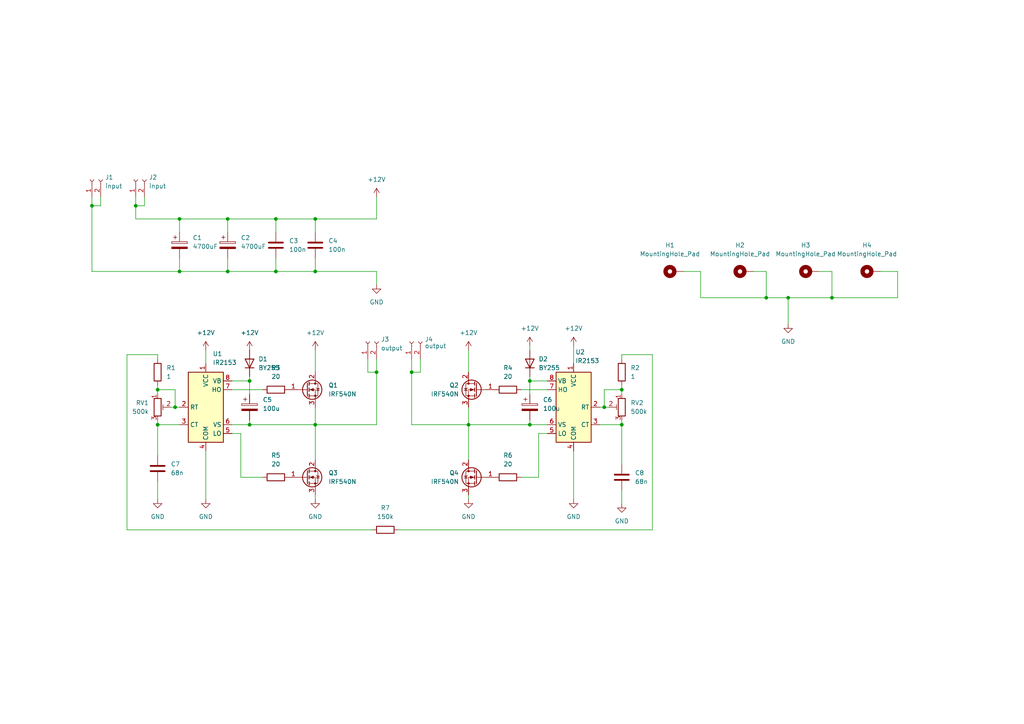
<source format=kicad_sch>
(kicad_sch (version 20211123) (generator eeschema)
  (paper "A4")
  (lib_symbols
    (symbol "Connector:Conn_01x02_Female" (pin_names (offset 1.016) hide)
      (property "Reference" "J" (at 0 2.54 0))
      (property "Value" "Conn_01x02_Female" (at 0 -5.08 0))
      (symbol "Conn_01x02_Female_1_1"
        (arc (start 0 -2.032) (mid -0.508 -2.54) (end 0 -3.048) (stroke (width 0.1524)))
        (polyline (pts (xy -1.27 -2.54) (xy -0.508 -2.54)) (stroke (width 0.1524)))
        (polyline (pts (xy -1.27 0) (xy -0.508 0)) (stroke (width 0.1524)))
        (arc (start 0 0.508) (mid -0.508 0) (end 0 -0.508) (stroke (width 0.1524)))
        (pin passive line (at -5.08 0 0) (length 3.81) (name "Pin_1") (number "1"))
        (pin passive line (at -5.08 -2.54 0) (length 3.81) (name "Pin_2") (number "2"))
      )
    )
    (symbol "Device:C" (pin_numbers hide) (pin_names (offset 0.254))
      (property "Reference" "C" (at 0.635 2.54 0))
      (property "Value" "C" (at 0.635 -2.54 0))
      (symbol "C_0_1"
        (polyline (pts (xy -2.032 -0.762) (xy 2.032 -0.762)) (stroke (width 0.508)))
        (polyline (pts (xy -2.032 0.762) (xy 2.032 0.762)) (stroke (width 0.508)))
      )
      (symbol "C_1_1"
        (pin passive line (at 0 3.81 270) (length 2.794) (name "~") (number "1"))
        (pin passive line (at 0 -3.81 90) (length 2.794) (name "~") (number "2"))
      )
    )
    (symbol "Device:C_Polarized" (pin_numbers hide) (pin_names (offset 0.254))
      (property "Reference" "C" (at 0.635 2.54 0))
      (property "Value" "C_Polarized" (at 0.635 -2.54 0))
      (symbol "C_Polarized_0_1"
        (rectangle (start -2.286 0.508) (end 2.286 1.016))
        (polyline (pts (xy -1.778 2.286) (xy -0.762 2.286)))
        (polyline (pts (xy -1.27 2.794) (xy -1.27 1.778)))
        (rectangle (start 2.286 -0.508) (end -2.286 -1.016) (fill (type outline)))
      )
      (symbol "C_Polarized_1_1"
        (pin passive line (at 0 3.81 270) (length 2.794) (name "~") (number "1"))
        (pin passive line (at 0 -3.81 90) (length 2.794) (name "~") (number "2"))
      )
    )
    (symbol "Device:D" (pin_numbers hide) (pin_names (offset 1.016) hide)
      (property "Reference" "D" (at 0 2.54 0))
      (property "Value" "D" (at 0 -2.54 0))
      (symbol "D_0_1"
        (polyline (pts (xy -1.27 1.27) (xy -1.27 -1.27)) (stroke (width 0.254)))
        (polyline (pts (xy 1.27 0) (xy -1.27 0)))
        (polyline (pts (xy 1.27 1.27) (xy 1.27 -1.27) (xy -1.27 0) (xy 1.27 1.27)) (stroke (width 0.254)))
      )
      (symbol "D_1_1"
        (pin passive line (at -3.81 0 0) (length 2.54) (name "K") (number "1"))
        (pin passive line (at 3.81 0 180) (length 2.54) (name "A") (number "2"))
      )
    )
    (symbol "Device:R" (pin_numbers hide) (pin_names (offset 0))
      (property "Reference" "R" (at 2.032 0 90))
      (property "Value" "R" (at 0 0 90))
      (symbol "R_0_1"
        (rectangle (start -1.016 -2.54) (end 1.016 2.54) (stroke (width 0.254)))
      )
      (symbol "R_1_1"
        (pin passive line (at 0 3.81 270) (length 1.27) (name "~") (number "1"))
        (pin passive line (at 0 -3.81 90) (length 1.27) (name "~") (number "2"))
      )
    )
    (symbol "Device:R_Potentiometer_Trim" (pin_names (offset 1.016) hide)
      (property "Reference" "RV" (at -4.445 0 90))
      (property "Value" "R_Potentiometer_Trim" (at -2.54 0 90))
      (symbol "R_Potentiometer_Trim_0_1"
        (polyline (pts (xy 1.524 0.762) (xy 1.524 -0.762)))
        (polyline (pts (xy 2.54 0) (xy 1.524 0)))
        (rectangle (start 1.016 2.54) (end -1.016 -2.54) (stroke (width 0.254)))
      )
      (symbol "R_Potentiometer_Trim_1_1"
        (pin passive line (at 0 3.81 270) (length 1.27) (name "1") (number "1"))
        (pin passive line (at 3.81 0 180) (length 1.27) (name "2") (number "2"))
        (pin passive line (at 0 -3.81 90) (length 1.27) (name "3") (number "3"))
      )
    )
    (symbol "Driver_FET:IR2153"
      (property "Reference" "U" (at 1.27 13.335 0))
      (property "Value" "IR2153" (at 1.27 11.43 0))
      (symbol "IR2153_0_1"
        (rectangle (start -5.08 -10.16) (end 5.08 10.16) (stroke (width 0.254)) (fill (type background)))
      )
      (symbol "IR2153_1_1"
        (pin power_in line (at 0 12.7 270) (length 2.54) (name "VCC") (number "1"))
        (pin passive line (at -7.62 0 0) (length 2.54) (name "RT") (number "2"))
        (pin passive line (at -7.62 -5.08 0) (length 2.54) (name "CT") (number "3"))
        (pin power_in line (at 0 -12.7 90) (length 2.54) (name "COM") (number "4"))
        (pin output line (at 7.62 -7.62 180) (length 2.54) (name "LO") (number "5"))
        (pin passive line (at 7.62 -5.08 180) (length 2.54) (name "VS") (number "6"))
        (pin output line (at 7.62 5.08 180) (length 2.54) (name "HO") (number "7"))
        (pin passive line (at 7.62 7.62 180) (length 2.54) (name "VB") (number "8"))
      )
    )
    (symbol "Mechanical:MountingHole_Pad" (pin_numbers hide) (pin_names (offset 1.016) hide)
      (property "Reference" "H" (at 0 6.35 0))
      (property "Value" "MountingHole_Pad" (at 0 4.445 0))
      (symbol "MountingHole_Pad_0_1"
        (circle (center 0 1.27) (radius 1.27) (stroke (width 1.27)))
      )
      (symbol "MountingHole_Pad_1_1"
        (pin input line (at 0 -2.54 90) (length 2.54) (name "1") (number "1"))
      )
    )
    (symbol "Transistor_FET:IRF540N" (pin_names hide)
      (property "Reference" "Q" (at 6.35 1.905 0))
      (property "Value" "IRF540N" (at 6.35 0 0))
      (symbol "IRF540N_0_1"
        (polyline (pts (xy 0.254 0) (xy -2.54 0)))
        (polyline (pts (xy 0.254 1.905) (xy 0.254 -1.905)) (stroke (width 0.254)))
        (polyline (pts (xy 0.762 -1.27) (xy 0.762 -2.286)) (stroke (width 0.254)))
        (polyline (pts (xy 0.762 0.508) (xy 0.762 -0.508)) (stroke (width 0.254)))
        (polyline (pts (xy 0.762 2.286) (xy 0.762 1.27)) (stroke (width 0.254)))
        (polyline (pts (xy 2.54 2.54) (xy 2.54 1.778)))
        (polyline (pts (xy 2.54 -2.54) (xy 2.54 0) (xy 0.762 0)))
        (polyline (pts (xy 0.762 -1.778) (xy 3.302 -1.778) (xy 3.302 1.778) (xy 0.762 1.778)))
        (polyline (pts (xy 1.016 0) (xy 2.032 0.381) (xy 2.032 -0.381) (xy 1.016 0)) (fill (type outline)))
        (polyline (pts (xy 2.794 0.508) (xy 2.921 0.381) (xy 3.683 0.381) (xy 3.81 0.254)))
        (polyline (pts (xy 3.302 0.381) (xy 2.921 -0.254) (xy 3.683 -0.254) (xy 3.302 0.381)))
        (circle (center 1.651 0) (radius 2.794) (stroke (width 0.254)))
        (circle (center 2.54 -1.778) (radius 0.254) (fill (type outline)))
        (circle (center 2.54 1.778) (radius 0.254) (fill (type outline)))
      )
      (symbol "IRF540N_1_1"
        (pin input line (at -5.08 0 0) (length 2.54) (name "G") (number "1"))
        (pin passive line (at 2.54 5.08 270) (length 2.54) (name "D") (number "2"))
        (pin passive line (at 2.54 -5.08 90) (length 2.54) (name "S") (number "3"))
      )
    )
    (symbol "power:+12V" (power) (pin_names (offset 0))
      (property "Value" "+12V" (at 0 3.556 0))
      (symbol "+12V_0_1"
        (polyline (pts (xy -0.762 1.27) (xy 0 2.54)))
        (polyline (pts (xy 0 0) (xy 0 2.54)))
        (polyline (pts (xy 0 2.54) (xy 0.762 1.27)))
      )
      (symbol "+12V_1_1"
        (pin power_in line (at 0 0 90) (length 0) hide (name "+12V") (number "1"))
      )
    )
    (symbol "power:GND" (power) (pin_names (offset 0))
      (property "Value" "GND" (at 0 -3.81 0))
      (symbol "GND_0_1"
        (polyline (pts (xy 0 0) (xy 0 -1.27) (xy 1.27 -1.27) (xy 0 -2.54) (xy -1.27 -1.27) (xy 0 -1.27)))
      )
      (symbol "GND_1_1"
        (pin power_in line (at 0 0 270) (length 0) hide (name "GND") (number "1"))
      )
    )
  )
  (junction (at 241.3 86.36))
  (junction (at 153.67 110.49))
  (junction (at 119.38 107.95))
  (junction (at 91.44 63.5))
  (junction (at 52.07 63.5))
  (junction (at 45.72 113.03))
  (junction (at 135.89 123.19))
  (junction (at 180.34 113.03))
  (junction (at 153.67 123.19))
  (junction (at 45.72 123.19))
  (junction (at 50.8 118.11))
  (junction (at 91.44 123.19))
  (junction (at 91.44 78.74))
  (junction (at 66.04 78.74))
  (junction (at 39.37 59.69))
  (junction (at 72.39 110.49))
  (junction (at 80.01 78.74))
  (junction (at 72.39 123.19))
  (junction (at 228.6 86.36))
  (junction (at 52.07 78.74))
  (junction (at 222.25 86.36))
  (junction (at 175.26 118.11))
  (junction (at 109.22 107.95))
  (junction (at 26.67 59.69))
  (junction (at 180.34 123.19))
  (junction (at 66.04 63.5))
  (junction (at 80.01 63.5))
  (wire (pts (xy 67.31 113.03) (xy 76.2 113.03)))
  (wire (pts (xy 151.13 138.43) (xy 156.21 138.43)))
  (wire (pts (xy 237.49 78.74) (xy 241.3 78.74)))
  (wire (pts (xy 153.67 123.19) (xy 158.75 123.19)))
  (wire (pts (xy 222.25 86.36) (xy 228.6 86.36)))
  (wire (pts (xy 241.3 86.36) (xy 260.35 86.36)))
  (wire (pts (xy 135.89 123.19) (xy 153.67 123.19)))
  (wire (pts (xy 153.67 121.92) (xy 153.67 123.19)))
  (wire (pts (xy 180.34 104.14) (xy 180.34 102.87)))
  (wire (pts (xy 203.2 86.36) (xy 222.25 86.36)))
  (wire (pts (xy 52.07 123.19) (xy 45.72 123.19)))
  (wire (pts (xy 153.67 110.49) (xy 158.75 110.49)))
  (wire (pts (xy 189.23 102.87) (xy 189.23 153.67)))
  (wire (pts (xy 260.35 86.36) (xy 260.35 78.74)))
  (wire (pts (xy 91.44 118.11) (xy 91.44 123.19)))
  (wire (pts (xy 26.67 59.69) (xy 26.67 78.74)))
  (wire (pts (xy 45.72 111.76) (xy 45.72 113.03)))
  (wire (pts (xy 59.69 101.6) (xy 59.69 105.41)))
  (wire (pts (xy 180.34 113.03) (xy 180.34 114.3)))
  (wire (pts (xy 175.26 113.03) (xy 175.26 118.11)))
  (wire (pts (xy 106.68 107.95) (xy 109.22 107.95)))
  (wire (pts (xy 218.44 78.74) (xy 222.25 78.74)))
  (wire (pts (xy 52.07 63.5) (xy 66.04 63.5)))
  (wire (pts (xy 228.6 86.36) (xy 228.6 93.98)))
  (wire (pts (xy 36.83 153.67) (xy 107.95 153.67)))
  (wire (pts (xy 135.89 143.51) (xy 135.89 144.78)))
  (wire (pts (xy 45.72 113.03) (xy 50.8 113.03)))
  (wire (pts (xy 135.89 101.6) (xy 135.89 107.95)))
  (wire (pts (xy 69.85 125.73) (xy 69.85 138.43)))
  (wire (pts (xy 180.34 142.24) (xy 180.34 146.05)))
  (wire (pts (xy 41.91 59.69) (xy 39.37 59.69)))
  (wire (pts (xy 198.12 78.74) (xy 203.2 78.74)))
  (wire (pts (xy 180.34 113.03) (xy 175.26 113.03)))
  (wire (pts (xy 52.07 63.5) (xy 52.07 67.31)))
  (wire (pts (xy 45.72 113.03) (xy 45.72 114.3)))
  (wire (pts (xy 72.39 109.22) (xy 72.39 110.49)))
  (wire (pts (xy 45.72 104.14) (xy 45.72 102.87)))
  (wire (pts (xy 166.37 100.33) (xy 166.37 105.41)))
  (wire (pts (xy 45.72 102.87) (xy 36.83 102.87)))
  (wire (pts (xy 91.44 74.93) (xy 91.44 78.74)))
  (wire (pts (xy 119.38 123.19) (xy 135.89 123.19)))
  (wire (pts (xy 260.35 78.74) (xy 255.27 78.74)))
  (wire (pts (xy 135.89 118.11) (xy 135.89 123.19)))
  (wire (pts (xy 67.31 123.19) (xy 72.39 123.19)))
  (wire (pts (xy 121.92 107.95) (xy 119.38 107.95)))
  (wire (pts (xy 106.68 104.14) (xy 106.68 107.95)))
  (wire (pts (xy 80.01 63.5) (xy 91.44 63.5)))
  (wire (pts (xy 91.44 143.51) (xy 91.44 144.78)))
  (wire (pts (xy 91.44 123.19) (xy 91.44 133.35)))
  (wire (pts (xy 109.22 107.95) (xy 109.22 123.19)))
  (wire (pts (xy 153.67 109.22) (xy 153.67 110.49)))
  (wire (pts (xy 189.23 153.67) (xy 115.57 153.67)))
  (wire (pts (xy 203.2 78.74) (xy 203.2 86.36)))
  (wire (pts (xy 72.39 110.49) (xy 72.39 114.3)))
  (wire (pts (xy 180.34 111.76) (xy 180.34 113.03)))
  (wire (pts (xy 121.92 104.14) (xy 121.92 107.95)))
  (wire (pts (xy 41.91 57.15) (xy 41.91 59.69)))
  (wire (pts (xy 45.72 123.19) (xy 45.72 132.08)))
  (wire (pts (xy 109.22 78.74) (xy 109.22 82.55)))
  (wire (pts (xy 222.25 78.74) (xy 222.25 86.36)))
  (wire (pts (xy 91.44 101.6) (xy 91.44 107.95)))
  (wire (pts (xy 36.83 102.87) (xy 36.83 153.67)))
  (wire (pts (xy 151.13 113.03) (xy 158.75 113.03)))
  (wire (pts (xy 80.01 78.74) (xy 91.44 78.74)))
  (wire (pts (xy 66.04 63.5) (xy 80.01 63.5)))
  (wire (pts (xy 29.21 59.69) (xy 26.67 59.69)))
  (wire (pts (xy 26.67 78.74) (xy 52.07 78.74)))
  (wire (pts (xy 39.37 57.15) (xy 39.37 59.69)))
  (wire (pts (xy 180.34 102.87) (xy 189.23 102.87)))
  (wire (pts (xy 156.21 125.73) (xy 158.75 125.73)))
  (wire (pts (xy 153.67 110.49) (xy 153.67 114.3)))
  (wire (pts (xy 66.04 74.93) (xy 66.04 78.74)))
  (wire (pts (xy 241.3 78.74) (xy 241.3 86.36)))
  (wire (pts (xy 119.38 104.14) (xy 119.38 107.95)))
  (wire (pts (xy 109.22 123.19) (xy 91.44 123.19)))
  (wire (pts (xy 72.39 123.19) (xy 91.44 123.19)))
  (wire (pts (xy 119.38 107.95) (xy 119.38 123.19)))
  (wire (pts (xy 66.04 63.5) (xy 66.04 67.31)))
  (wire (pts (xy 66.04 78.74) (xy 80.01 78.74)))
  (wire (pts (xy 109.22 104.14) (xy 109.22 107.95)))
  (wire (pts (xy 49.53 118.11) (xy 50.8 118.11)))
  (wire (pts (xy 80.01 74.93) (xy 80.01 78.74)))
  (wire (pts (xy 156.21 138.43) (xy 156.21 125.73)))
  (wire (pts (xy 175.26 118.11) (xy 176.53 118.11)))
  (wire (pts (xy 135.89 123.19) (xy 135.89 133.35)))
  (wire (pts (xy 173.99 123.19) (xy 180.34 123.19)))
  (wire (pts (xy 50.8 118.11) (xy 52.07 118.11)))
  (wire (pts (xy 180.34 123.19) (xy 180.34 134.62)))
  (wire (pts (xy 80.01 63.5) (xy 80.01 67.31)))
  (wire (pts (xy 59.69 130.81) (xy 59.69 144.78)))
  (wire (pts (xy 50.8 113.03) (xy 50.8 118.11)))
  (wire (pts (xy 109.22 63.5) (xy 109.22 57.15)))
  (wire (pts (xy 228.6 86.36) (xy 241.3 86.36)))
  (wire (pts (xy 67.31 125.73) (xy 69.85 125.73)))
  (wire (pts (xy 69.85 138.43) (xy 76.2 138.43)))
  (wire (pts (xy 153.67 100.33) (xy 153.67 101.6)))
  (wire (pts (xy 91.44 63.5) (xy 109.22 63.5)))
  (wire (pts (xy 39.37 63.5) (xy 52.07 63.5)))
  (wire (pts (xy 39.37 59.69) (xy 39.37 63.5)))
  (wire (pts (xy 180.34 121.92) (xy 180.34 123.19)))
  (wire (pts (xy 91.44 67.31) (xy 91.44 63.5)))
  (wire (pts (xy 45.72 121.92) (xy 45.72 123.19)))
  (wire (pts (xy 45.72 139.7) (xy 45.72 144.78)))
  (wire (pts (xy 52.07 78.74) (xy 66.04 78.74)))
  (wire (pts (xy 67.31 110.49) (xy 72.39 110.49)))
  (wire (pts (xy 29.21 57.15) (xy 29.21 59.69)))
  (wire (pts (xy 173.99 118.11) (xy 175.26 118.11)))
  (wire (pts (xy 72.39 121.92) (xy 72.39 123.19)))
  (wire (pts (xy 166.37 130.81) (xy 166.37 144.78)))
  (wire (pts (xy 91.44 78.74) (xy 109.22 78.74)))
  (wire (pts (xy 26.67 57.15) (xy 26.67 59.69)))
  (wire (pts (xy 52.07 74.93) (xy 52.07 78.74)))
  (symbol (lib_id "Transistor_FET:IRF540N") (at 88.9 113.03 0) (unit 1)
    (property "Reference" "Q1" (at 95.25 111.7599 0) (effects (justify left)))
    (property "Value" "IRF540N" (at 95.25 114.2999 0) (effects (justify left)))
    (property "Footprint" "Package_TO_SOT_THT:TO-220-3_Vertical" (effects hide))
    (property "Datasheet" "http://www.irf.com/product-info/datasheets/data/irf540n.pdf" (effects hide))
  )
  (symbol (lib_id "Transistor_FET:IRF540N") (at 138.43 138.43 0) (mirror y) (unit 1)
    (property "Reference" "Q4" (at 133.096 137.1599 0) (effects (justify left)))
    (property "Value" "IRF540N" (at 133.096 139.6999 0) (effects (justify left)))
    (property "Footprint" "Package_TO_SOT_THT:TO-220-3_Vertical" (effects hide))
    (property "Datasheet" "http://www.irf.com/product-info/datasheets/data/irf540n.pdf" (effects hide))
  )
  (symbol (lib_id "Device:R") (at 80.01 113.03 90) (unit 1)
    (property "Reference" "R3" (at 80.01 106.68 90))
    (property "Value" "20" (at 80.01 109.22 90))
    (property "Footprint" "A_library:R_1206" (effects hide))
  )
  (symbol (lib_id "power:GND") (at 180.34 146.05 0) (unit 1)
    (property "Reference" "#PWR015" (effects hide))
    (property "Value" "GND" (at 180.34 151.13 0))
  )
  (symbol (lib_id "power:+12V") (at 153.67 100.33 0) (unit 1)
    (property "Reference" "#PWR04" (effects hide))
    (property "Value" "+12V" (at 153.67 95.25 0))
  )
  (symbol (lib_id "Device:C") (at 180.34 138.43 0) (unit 1)
    (property "Reference" "C8" (at 184.15 137.1599 0) (effects (justify left)))
    (property "Value" "68n" (at 184.15 139.6999 0) (effects (justify left)))
    (property "Footprint" "A_library:C_0805_2012Metric_Pad1.18x1.45mm_HandSolder" (effects hide))
  )
  (symbol (lib_id "Mechanical:MountingHole_Pad") (at 215.9 78.74 90) (unit 1)
    (property "Reference" "H2" (at 214.63 71.12 90))
    (property "Value" "MountingHole_Pad" (at 214.63 73.66 90))
    (property "Footprint" "MountingHole:MountingHole_3.2mm_M3_DIN965_Pad" (effects hide))
  )
  (symbol (lib_id "Device:D") (at 153.67 105.41 90) (unit 1)
    (property "Reference" "D2" (at 156.21 104.1399 90) (effects (justify right)))
    (property "Value" "BY255" (at 156.21 106.6799 90) (effects (justify right)))
    (property "Footprint" "A_library:D_A-405_P10.16mm_Horizontal" (effects hide))
  )
  (symbol (lib_id "power:GND") (at 228.6 93.98 0) (unit 1)
    (property "Reference" "#PWR03" (effects hide))
    (property "Value" "GND" (at 228.6 99.06 0))
  )
  (symbol (lib_id "power:+12V") (at 109.22 57.15 0) (unit 1)
    (property "Reference" "#PWR01" (effects hide))
    (property "Value" "+12V" (at 109.22 52.07 0))
  )
  (symbol (lib_id "Driver_FET:IR2153") (at 166.37 118.11 0) (mirror y) (unit 1)
    (property "Reference" "U2" (at 166.8906 102.108 0) (effects (justify right)))
    (property "Value" "IR2153" (at 166.8906 104.648 0) (effects (justify right)))
    (property "Footprint" "A_library:DIP-8_W7.62mm" (effects hide))
    (property "Datasheet" "https://www.infineon.com/dgdl/ir2153.pdf?fileId=5546d462533600a4015355c8c5fc16af" (effects hide))
  )
  (symbol (lib_id "power:+12V") (at 135.89 101.6 0) (unit 1)
    (property "Reference" "#PWR09" (effects hide))
    (property "Value" "+12V" (at 135.89 96.52 0))
  )
  (symbol (lib_id "Device:R") (at 80.01 138.43 90) (unit 1)
    (property "Reference" "R5" (at 80.01 132.08 90))
    (property "Value" "20" (at 80.01 134.62 90))
    (property "Footprint" "A_library:R_1206" (effects hide))
  )
  (symbol (lib_id "Device:R") (at 111.76 153.67 90) (unit 1)
    (property "Reference" "R7" (at 111.76 147.32 90))
    (property "Value" "150k" (at 111.76 149.86 90))
    (property "Footprint" "A_library:R_1206" (effects hide))
  )
  (symbol (lib_id "Mechanical:MountingHole_Pad") (at 234.95 78.74 90) (unit 1)
    (property "Reference" "H3" (at 233.68 71.12 90))
    (property "Value" "MountingHole_Pad" (at 233.68 73.66 90))
    (property "Footprint" "MountingHole:MountingHole_3.2mm_M3_DIN965_Pad" (effects hide))
  )
  (symbol (lib_id "power:+12V") (at 91.44 101.6 0) (unit 1)
    (property "Reference" "#PWR08" (effects hide))
    (property "Value" "+12V" (at 91.44 96.52 0))
  )
  (symbol (lib_id "Connector:Conn_01x02_Female") (at 106.68 99.06 90) (unit 1)
    (property "Reference" "J3" (at 110.49 98.4249 90) (effects (justify right)))
    (property "Value" "output" (at 110.49 100.9649 90) (effects (justify right)))
    (property "Footprint" "A_library:PinHeader_1x02_P2.54mm_Vertical" (effects hide))
  )
  (symbol (lib_id "Device:C_Polarized") (at 153.67 118.11 0) (unit 1)
    (property "Reference" "C6" (at 157.48 115.9509 0) (effects (justify left)))
    (property "Value" "100u" (at 157.48 118.4909 0) (effects (justify left)))
    (property "Footprint" "A_library:CP_Radial_D8.0mm_P3.50mm" (effects hide))
  )
  (symbol (lib_id "power:GND") (at 45.72 144.78 0) (unit 1)
    (property "Reference" "#PWR010" (effects hide))
    (property "Value" "GND" (at 45.72 149.86 0))
  )
  (symbol (lib_id "Device:C") (at 80.01 71.12 0) (unit 1)
    (property "Reference" "C3" (at 83.82 69.8499 0) (effects (justify left)))
    (property "Value" "100n" (at 83.82 72.3899 0) (effects (justify left)))
    (property "Footprint" "A_library:C_1206_3216Metric_Pad1.33x1.80mm_HandSolder" (effects hide))
  )
  (symbol (lib_id "power:+12V") (at 59.69 101.6 0) (unit 1)
    (property "Reference" "#PWR06" (effects hide))
    (property "Value" "+12V" (at 59.69 96.52 0))
  )
  (symbol (lib_id "Device:C_Polarized") (at 72.39 118.11 0) (unit 1)
    (property "Reference" "C5" (at 76.2 115.9509 0) (effects (justify left)))
    (property "Value" "100u" (at 76.2 118.4909 0) (effects (justify left)))
    (property "Footprint" "A_library:CP_Radial_D8.0mm_P3.50mm" (effects hide))
  )
  (symbol (lib_id "power:+12V") (at 166.37 100.33 0) (unit 1)
    (property "Reference" "#PWR05" (effects hide))
    (property "Value" "+12V" (at 166.37 95.25 0))
  )
  (symbol (lib_id "power:+12V") (at 72.39 101.6 0) (unit 1)
    (property "Reference" "#PWR07" (effects hide))
    (property "Value" "+12V" (at 72.39 96.52 0))
  )
  (symbol (lib_id "Device:C_Polarized") (at 66.04 71.12 0) (unit 1)
    (property "Reference" "C2" (at 69.85 68.9609 0) (effects (justify left)))
    (property "Value" "4700uF" (at 69.85 71.5009 0) (effects (justify left)))
    (property "Footprint" "A_library:CP_Radial_D17.0mm_P7.50mm" (effects hide))
  )
  (symbol (lib_id "power:GND") (at 166.37 144.78 0) (unit 1)
    (property "Reference" "#PWR014" (effects hide))
    (property "Value" "GND" (at 166.37 149.86 0))
  )
  (symbol (lib_id "Mechanical:MountingHole_Pad") (at 195.58 78.74 90) (unit 1)
    (property "Reference" "H1" (at 194.31 71.12 90))
    (property "Value" "MountingHole_Pad" (at 194.31 73.66 90))
    (property "Footprint" "MountingHole:MountingHole_3.2mm_M3_DIN965_Pad" (effects hide))
  )
  (symbol (lib_id "Device:R") (at 180.34 107.95 180) (unit 1)
    (property "Reference" "R2" (at 182.88 106.6799 0) (effects (justify right)))
    (property "Value" "1" (at 182.88 109.2199 0) (effects (justify right)))
    (property "Footprint" "A_library:R_1206" (effects hide))
  )
  (symbol (lib_id "Device:R") (at 147.32 113.03 90) (unit 1)
    (property "Reference" "R4" (at 147.32 106.68 90))
    (property "Value" "20" (at 147.32 109.22 90))
    (property "Footprint" "A_library:R_1206" (effects hide))
  )
  (symbol (lib_id "Device:R_Potentiometer_Trim") (at 180.34 118.11 0) (mirror y) (unit 1)
    (property "Reference" "RV2" (at 182.88 116.8399 0) (effects (justify right)))
    (property "Value" "500k" (at 182.88 119.3799 0) (effects (justify right)))
    (property "Footprint" "A_library:Potentiometer_Vishay_T73XW_Horizontal" (effects hide))
  )
  (symbol (lib_id "Connector:Conn_01x02_Female") (at 26.67 52.07 90) (unit 1)
    (property "Reference" "J1" (at 30.48 51.4349 90) (effects (justify right)))
    (property "Value" "input" (at 30.48 53.9749 90) (effects (justify right)))
    (property "Footprint" "A_library:PinHeader_1x02_P2.54mm_Vertical" (effects hide))
  )
  (symbol (lib_id "Transistor_FET:IRF540N") (at 88.9 138.43 0) (unit 1)
    (property "Reference" "Q3" (at 95.25 137.1599 0) (effects (justify left)))
    (property "Value" "IRF540N" (at 95.25 139.6999 0) (effects (justify left)))
    (property "Footprint" "Package_TO_SOT_THT:TO-220-3_Vertical" (effects hide))
    (property "Datasheet" "http://www.irf.com/product-info/datasheets/data/irf540n.pdf" (effects hide))
  )
  (symbol (lib_id "Device:D") (at 72.39 105.41 90) (unit 1)
    (property "Reference" "D1" (at 74.93 104.1399 90) (effects (justify right)))
    (property "Value" "BY255" (at 74.93 106.6799 90) (effects (justify right)))
    (property "Footprint" "A_library:D_A-405_P10.16mm_Horizontal" (effects hide))
  )
  (symbol (lib_id "Connector:Conn_01x02_Female") (at 39.37 52.07 90) (unit 1)
    (property "Reference" "J2" (at 43.18 51.4349 90) (effects (justify right)))
    (property "Value" "input" (at 43.18 53.9749 90) (effects (justify right)))
    (property "Footprint" "A_library:PinHeader_1x02_P2.54mm_Vertical" (effects hide))
  )
  (symbol (lib_id "Device:C") (at 45.72 135.89 0) (unit 1)
    (property "Reference" "C7" (at 49.53 134.6199 0) (effects (justify left)))
    (property "Value" "68n" (at 49.53 137.1599 0) (effects (justify left)))
    (property "Footprint" "A_library:C_0805_2012Metric_Pad1.18x1.45mm_HandSolder" (effects hide))
  )
  (symbol (lib_id "Driver_FET:IR2153") (at 59.69 118.11 0) (unit 1)
    (property "Reference" "U1" (at 61.7094 102.616 0) (effects (justify left)))
    (property "Value" "IR2153" (at 61.7094 105.156 0) (effects (justify left)))
    (property "Footprint" "A_library:DIP-8_W7.62mm" (effects hide))
    (property "Datasheet" "https://www.infineon.com/dgdl/ir2153.pdf?fileId=5546d462533600a4015355c8c5fc16af" (effects hide))
  )
  (symbol (lib_id "power:GND") (at 135.89 144.78 0) (unit 1)
    (property "Reference" "#PWR013" (effects hide))
    (property "Value" "GND" (at 135.89 149.86 0))
  )
  (symbol (lib_id "power:GND") (at 109.22 82.55 0) (unit 1)
    (property "Reference" "#PWR02" (effects hide))
    (property "Value" "GND" (at 109.22 87.63 0))
  )
  (symbol (lib_id "power:GND") (at 91.44 144.78 0) (unit 1)
    (property "Reference" "#PWR012" (effects hide))
    (property "Value" "GND" (at 91.44 149.86 0))
  )
  (symbol (lib_id "Transistor_FET:IRF540N") (at 138.43 113.03 0) (mirror y) (unit 1)
    (property "Reference" "Q2" (at 133.096 111.7599 0) (effects (justify left)))
    (property "Value" "IRF540N" (at 133.096 114.2999 0) (effects (justify left)))
    (property "Footprint" "Package_TO_SOT_THT:TO-220-3_Vertical" (effects hide))
    (property "Datasheet" "http://www.irf.com/product-info/datasheets/data/irf540n.pdf" (effects hide))
  )
  (symbol (lib_id "Device:R") (at 147.32 138.43 90) (unit 1)
    (property "Reference" "R6" (at 147.32 132.08 90))
    (property "Value" "20" (at 147.32 134.62 90))
    (property "Footprint" "A_library:R_1206" (effects hide))
  )
  (symbol (lib_id "Device:C_Polarized") (at 52.07 71.12 0) (unit 1)
    (property "Reference" "C1" (at 55.88 68.9609 0) (effects (justify left)))
    (property "Value" "4700uF" (at 55.88 71.5009 0) (effects (justify left)))
    (property "Footprint" "A_library:CP_Radial_D17.0mm_P7.50mm" (effects hide))
  )
  (symbol (lib_id "power:GND") (at 59.69 144.78 0) (unit 1)
    (property "Reference" "#PWR011" (effects hide))
    (property "Value" "GND" (at 59.69 149.86 0))
  )
  (symbol (lib_id "Connector:Conn_01x02_Female") (at 119.38 99.06 90) (unit 1)
    (property "Reference" "J4" (at 123.19 98.4249 90) (effects (justify right)))
    (property "Value" "output" (at 123.19 100.33 90) (effects (justify right)))
    (property "Footprint" "A_library:PinHeader_1x02_P2.54mm_Vertical" (effects hide))
  )
  (symbol (lib_id "Device:C") (at 91.44 71.12 0) (unit 1)
    (property "Reference" "C4" (at 95.25 69.8499 0) (effects (justify left)))
    (property "Value" "100n" (at 95.25 72.3899 0) (effects (justify left)))
    (property "Footprint" "A_library:C_1206_3216Metric_Pad1.33x1.80mm_HandSolder" (effects hide))
  )
  (symbol (lib_id "Device:R_Potentiometer_Trim") (at 45.72 118.11 0) (unit 1)
    (property "Reference" "RV1" (at 43.18 116.8399 0) (effects (justify right)))
    (property "Value" "500k" (at 43.18 119.3799 0) (effects (justify right)))
    (property "Footprint" "A_library:Potentiometer_Vishay_T73XW_Horizontal" (effects hide))
  )
  (symbol (lib_id "Device:R") (at 45.72 107.95 180) (unit 1)
    (property "Reference" "R1" (at 48.26 106.6799 0) (effects (justify right)))
    (property "Value" "1" (at 48.26 109.2199 0) (effects (justify right)))
    (property "Footprint" "A_library:R_1206" (effects hide))
  )
  (symbol (lib_id "Mechanical:MountingHole_Pad") (at 252.73 78.74 90) (unit 1)
    (property "Reference" "H4" (at 251.46 71.12 90))
    (property "Value" "MountingHole_Pad" (at 251.46 73.66 90))
    (property "Footprint" "MountingHole:MountingHole_3.2mm_M3_DIN965_Pad" (effects hide))
  )
)
</source>
